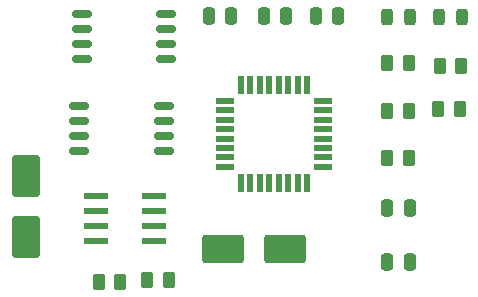
<source format=gbr>
%TF.GenerationSoftware,KiCad,Pcbnew,9.0.4*%
%TF.CreationDate,2025-12-07T17:14:32+03:30*%
%TF.ProjectId,MCU_Data logger003,4d43555f-4461-4746-9120-6c6f67676572,1*%
%TF.SameCoordinates,Original*%
%TF.FileFunction,Paste,Top*%
%TF.FilePolarity,Positive*%
%FSLAX46Y46*%
G04 Gerber Fmt 4.6, Leading zero omitted, Abs format (unit mm)*
G04 Created by KiCad (PCBNEW 9.0.4) date 2025-12-07 17:14:32*
%MOMM*%
%LPD*%
G01*
G04 APERTURE LIST*
G04 Aperture macros list*
%AMRoundRect*
0 Rectangle with rounded corners*
0 $1 Rounding radius*
0 $2 $3 $4 $5 $6 $7 $8 $9 X,Y pos of 4 corners*
0 Add a 4 corners polygon primitive as box body*
4,1,4,$2,$3,$4,$5,$6,$7,$8,$9,$2,$3,0*
0 Add four circle primitives for the rounded corners*
1,1,$1+$1,$2,$3*
1,1,$1+$1,$4,$5*
1,1,$1+$1,$6,$7*
1,1,$1+$1,$8,$9*
0 Add four rect primitives between the rounded corners*
20,1,$1+$1,$2,$3,$4,$5,0*
20,1,$1+$1,$4,$5,$6,$7,0*
20,1,$1+$1,$6,$7,$8,$9,0*
20,1,$1+$1,$8,$9,$2,$3,0*%
G04 Aperture macros list end*
%ADD10RoundRect,0.243750X-0.243750X-0.456250X0.243750X-0.456250X0.243750X0.456250X-0.243750X0.456250X0*%
%ADD11RoundRect,0.250000X-0.250000X-0.475000X0.250000X-0.475000X0.250000X0.475000X-0.250000X0.475000X0*%
%ADD12RoundRect,0.250000X-0.262500X-0.450000X0.262500X-0.450000X0.262500X0.450000X-0.262500X0.450000X0*%
%ADD13RoundRect,0.250000X0.250000X0.475000X-0.250000X0.475000X-0.250000X-0.475000X0.250000X-0.475000X0*%
%ADD14RoundRect,0.162500X-0.650000X-0.162500X0.650000X-0.162500X0.650000X0.162500X-0.650000X0.162500X0*%
%ADD15RoundRect,0.250000X0.262500X0.450000X-0.262500X0.450000X-0.262500X-0.450000X0.262500X-0.450000X0*%
%ADD16RoundRect,0.073750X-0.911250X-0.221250X0.911250X-0.221250X0.911250X0.221250X-0.911250X0.221250X0*%
%ADD17RoundRect,0.068750X-0.666250X-0.206250X0.666250X-0.206250X0.666250X0.206250X-0.666250X0.206250X0*%
%ADD18RoundRect,0.068750X-0.206250X-0.666250X0.206250X-0.666250X0.206250X0.666250X-0.206250X0.666250X0*%
%ADD19RoundRect,0.250001X0.949999X-1.499999X0.949999X1.499999X-0.949999X1.499999X-0.949999X-1.499999X0*%
%ADD20RoundRect,0.250001X-1.499999X-0.949999X1.499999X-0.949999X1.499999X0.949999X-1.499999X0.949999X0*%
G04 APERTURE END LIST*
D10*
%TO.C,D2*%
X134356400Y-94363000D03*
X136231400Y-94363000D03*
%TD*%
D11*
%TO.C,C2*%
X136223900Y-115089400D03*
X134323900Y-115089400D03*
%TD*%
D12*
%TO.C,R4*%
X136166400Y-106301000D03*
X134341400Y-106301000D03*
%TD*%
D11*
%TO.C,C4*%
X136223900Y-110517400D03*
X134323900Y-110517400D03*
%TD*%
D12*
%TO.C,R7*%
X136166400Y-98274600D03*
X134341400Y-98274600D03*
%TD*%
%TO.C,R3*%
X136166400Y-102287800D03*
X134341400Y-102287800D03*
%TD*%
%TO.C,R6*%
X140498400Y-102198200D03*
X138673400Y-102198200D03*
%TD*%
D10*
%TO.C,D1*%
X140625000Y-94375000D03*
X138750000Y-94375000D03*
%TD*%
D12*
%TO.C,R5*%
X140600000Y-98489800D03*
X138775000Y-98489800D03*
%TD*%
D11*
%TO.C,C1*%
X119225500Y-94273800D03*
X121125500Y-94273800D03*
%TD*%
D13*
%TO.C,C3*%
X125799100Y-94273800D03*
X123899100Y-94273800D03*
%TD*%
D14*
%TO.C,U3*%
X108460000Y-94146800D03*
X108460000Y-95416800D03*
X108460000Y-96686800D03*
X108460000Y-97956800D03*
X115635000Y-97956800D03*
X115635000Y-96686800D03*
X115635000Y-95416800D03*
X115635000Y-94146800D03*
%TD*%
D15*
%TO.C,R1*%
X111740800Y-116778200D03*
X109915800Y-116778200D03*
%TD*%
D16*
%TO.C,U2*%
X109674100Y-109539200D03*
X109674100Y-110809200D03*
X109674100Y-112079200D03*
X109674100Y-113349200D03*
X114624100Y-113349200D03*
X114624100Y-112079200D03*
X114624100Y-110809200D03*
X114624100Y-109539200D03*
%TD*%
D17*
%TO.C,U4*%
X120573900Y-101463000D03*
X120573900Y-102263000D03*
X120573900Y-103063000D03*
X120573900Y-103863000D03*
X120573900Y-104663000D03*
X120573900Y-105463000D03*
X120573900Y-106263000D03*
X120573900Y-107063000D03*
D18*
X121943900Y-108433000D03*
X122743900Y-108433000D03*
X123543900Y-108433000D03*
X124343900Y-108433000D03*
X125143900Y-108433000D03*
X125943900Y-108433000D03*
X126743900Y-108433000D03*
X127543900Y-108433000D03*
D17*
X128913900Y-107063000D03*
X128913900Y-106263000D03*
X128913900Y-105463000D03*
X128913900Y-104663000D03*
X128913900Y-103863000D03*
X128913900Y-103063000D03*
X128913900Y-102263000D03*
X128913900Y-101463000D03*
D18*
X127543900Y-100093000D03*
X126743900Y-100093000D03*
X125943900Y-100093000D03*
X125143900Y-100093000D03*
X124343900Y-100093000D03*
X123543900Y-100093000D03*
X122743900Y-100093000D03*
X121943900Y-100093000D03*
%TD*%
D19*
%TO.C,Y1*%
X103716300Y-113028200D03*
X103716300Y-107828200D03*
%TD*%
D20*
%TO.C,Y2*%
X120471100Y-113984200D03*
X125671100Y-113984200D03*
%TD*%
D12*
%TO.C,R2*%
X114030600Y-116676600D03*
X115855600Y-116676600D03*
%TD*%
D14*
%TO.C,U1*%
X108256800Y-101868400D03*
X108256800Y-103138400D03*
X108256800Y-104408400D03*
X108256800Y-105678400D03*
X115431800Y-105678400D03*
X115431800Y-104408400D03*
X115431800Y-103138400D03*
X115431800Y-101868400D03*
%TD*%
D13*
%TO.C,C5*%
X130167900Y-94273800D03*
X128267900Y-94273800D03*
%TD*%
M02*

</source>
